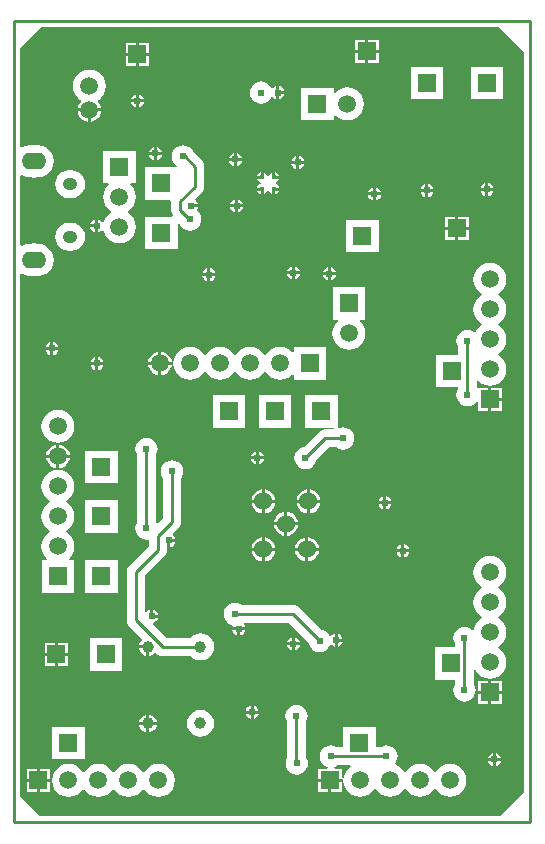
<source format=gbl>
G04 Layer_Physical_Order=2*
G04 Layer_Color=16711680*
%FSLAX25Y25*%
%MOIN*%
G70*
G01*
G75*
%ADD28C,0.01000*%
%ADD30C,0.06000*%
%ADD31O,0.04921X0.04134*%
%ADD32C,0.05905*%
%ADD33R,0.05905X0.05905*%
%ADD34R,0.05905X0.05905*%
%ADD35C,0.01575*%
%ADD36C,0.05937*%
%ADD37C,0.03937*%
%ADD38C,0.02400*%
%ADD39O,0.08268X0.05512*%
G36*
X161500Y265000D02*
X170000Y256500D01*
X170000Y10000D01*
X162000Y2000D01*
X8500Y2000D01*
X2000Y8500D01*
X2000Y182741D01*
X2448Y182962D01*
X2471Y182944D01*
X3750Y182415D01*
X4835Y182272D01*
X5064Y182177D01*
X6500Y181988D01*
X7936Y182177D01*
X8165Y182272D01*
X9250Y182415D01*
X10529Y182944D01*
X11626Y183787D01*
X12469Y184885D01*
X12999Y186163D01*
X13179Y187535D01*
X12999Y188908D01*
X12469Y190186D01*
X11626Y191284D01*
X10529Y192126D01*
X9250Y192656D01*
X8165Y192799D01*
X7936Y192894D01*
X6500Y193083D01*
X5064Y192894D01*
X4835Y192799D01*
X3750Y192656D01*
X2471Y192126D01*
X2448Y192109D01*
X2000Y192330D01*
Y215615D01*
X2448Y215836D01*
X2471Y215818D01*
X3750Y215289D01*
X4835Y215146D01*
X5064Y215051D01*
X6500Y214862D01*
X7936Y215051D01*
X8165Y215146D01*
X9250Y215289D01*
X10529Y215818D01*
X11626Y216661D01*
X12469Y217759D01*
X12999Y219037D01*
X13179Y220409D01*
X12999Y221781D01*
X12469Y223060D01*
X11626Y224158D01*
X10529Y225001D01*
X9250Y225530D01*
X8165Y225673D01*
X7936Y225768D01*
X6500Y225957D01*
X5064Y225768D01*
X4835Y225673D01*
X3750Y225530D01*
X2471Y225001D01*
X2448Y224983D01*
X2000Y225204D01*
X2000Y258000D01*
X9000Y265000D01*
X161500Y265000D01*
D02*
G37*
%LPC*%
G36*
X90000Y99000D02*
X86531D01*
X86603Y98456D01*
X87006Y97483D01*
X87647Y96647D01*
X88483Y96006D01*
X89456Y95603D01*
X90000Y95531D01*
Y99000D01*
D02*
G37*
G36*
X94469D02*
X91000D01*
Y95531D01*
X91544Y95603D01*
X92517Y96006D01*
X93353Y96647D01*
X93994Y97483D01*
X94397Y98456D01*
X94469Y99000D01*
D02*
G37*
G36*
X53644Y93500D02*
X52000D01*
Y91856D01*
X52358Y91928D01*
X53086Y92414D01*
X53572Y93142D01*
X53644Y93500D01*
D02*
G37*
G36*
X97000Y94969D02*
X96456Y94897D01*
X95483Y94494D01*
X94647Y93853D01*
X94006Y93017D01*
X93603Y92044D01*
X93531Y91500D01*
X97000D01*
Y94969D01*
D02*
G37*
G36*
X98000D02*
Y91500D01*
X101469D01*
X101397Y92044D01*
X100994Y93017D01*
X100353Y93853D01*
X99517Y94494D01*
X98544Y94897D01*
X98000Y94969D01*
D02*
G37*
G36*
X82500Y106500D02*
X79031D01*
X79103Y105956D01*
X79506Y104983D01*
X80147Y104147D01*
X80983Y103506D01*
X81956Y103103D01*
X82500Y103031D01*
Y106500D01*
D02*
G37*
G36*
X86969D02*
X83500D01*
Y103031D01*
X84044Y103103D01*
X85017Y103506D01*
X85853Y104147D01*
X86494Y104983D01*
X86897Y105956D01*
X86969Y106500D01*
D02*
G37*
G36*
X97500D02*
X94031D01*
X94103Y105956D01*
X94506Y104983D01*
X95147Y104147D01*
X95983Y103506D01*
X96956Y103103D01*
X97500Y103031D01*
Y106500D01*
D02*
G37*
G36*
X34453Y107453D02*
X23547D01*
Y96547D01*
X34453D01*
Y107453D01*
D02*
G37*
G36*
X90000Y103469D02*
X89456Y103397D01*
X88483Y102994D01*
X87647Y102353D01*
X87006Y101517D01*
X86603Y100544D01*
X86531Y100000D01*
X90000D01*
Y103469D01*
D02*
G37*
G36*
X91000D02*
Y100000D01*
X94469D01*
X94397Y100544D01*
X93994Y101517D01*
X93353Y102353D01*
X92517Y102994D01*
X91544Y103397D01*
X91000Y103469D01*
D02*
G37*
G36*
X97000Y90500D02*
X93531D01*
X93603Y89956D01*
X94006Y88983D01*
X94647Y88147D01*
X95483Y87506D01*
X96456Y87103D01*
X97000Y87031D01*
Y90500D01*
D02*
G37*
G36*
X101469D02*
X98000D01*
Y87031D01*
X98544Y87103D01*
X99517Y87506D01*
X100353Y88147D01*
X100994Y88983D01*
X101397Y89956D01*
X101469Y90500D01*
D02*
G37*
G36*
X86969D02*
X83500D01*
Y87031D01*
X84044Y87103D01*
X85017Y87506D01*
X85853Y88147D01*
X86494Y88983D01*
X86897Y89956D01*
X86969Y90500D01*
D02*
G37*
G36*
X34453Y87453D02*
X23547D01*
Y76547D01*
X34453D01*
Y87453D01*
D02*
G37*
G36*
X82500Y90500D02*
X79031D01*
X79103Y89956D01*
X79506Y88983D01*
X80147Y88147D01*
X80983Y87506D01*
X81956Y87103D01*
X82500Y87031D01*
Y90500D01*
D02*
G37*
G36*
X129000Y90000D02*
X127356D01*
X127428Y89642D01*
X127914Y88914D01*
X128642Y88428D01*
X129000Y88356D01*
Y90000D01*
D02*
G37*
G36*
X82500Y94969D02*
X81956Y94897D01*
X80983Y94494D01*
X80147Y93853D01*
X79506Y93017D01*
X79103Y92044D01*
X79031Y91500D01*
X82500D01*
Y94969D01*
D02*
G37*
G36*
X83500D02*
Y91500D01*
X86969D01*
X86897Y92044D01*
X86494Y93017D01*
X85853Y93853D01*
X85017Y94494D01*
X84044Y94897D01*
X83500Y94969D01*
D02*
G37*
G36*
X130000Y92644D02*
Y91000D01*
X131644D01*
X131572Y91358D01*
X131086Y92086D01*
X130358Y92572D01*
X130000Y92644D01*
D02*
G37*
G36*
X131644Y90000D02*
X130000D01*
Y88356D01*
X130358Y88428D01*
X131086Y88914D01*
X131572Y89642D01*
X131644Y90000D01*
D02*
G37*
G36*
X129000Y92644D02*
X128642Y92572D01*
X127914Y92086D01*
X127428Y91358D01*
X127356Y91000D01*
X129000D01*
Y92644D01*
D02*
G37*
G36*
X101969Y106500D02*
X98500D01*
Y103031D01*
X99044Y103103D01*
X100017Y103506D01*
X100853Y104147D01*
X101494Y104983D01*
X101897Y105956D01*
X101969Y106500D01*
D02*
G37*
G36*
X14000Y125921D02*
X13468Y125851D01*
X12507Y125453D01*
X11681Y124819D01*
X11047Y123993D01*
X10649Y123032D01*
X10579Y122500D01*
X14000D01*
Y125921D01*
D02*
G37*
G36*
X15000D02*
Y122500D01*
X18421D01*
X18351Y123032D01*
X17953Y123993D01*
X17319Y124819D01*
X16493Y125453D01*
X15532Y125851D01*
X15000Y125921D01*
D02*
G37*
G36*
X81500Y123644D02*
Y122000D01*
X83144D01*
X83072Y122358D01*
X82586Y123086D01*
X81858Y123572D01*
X81500Y123644D01*
D02*
G37*
G36*
X83144Y121000D02*
X81500D01*
Y119356D01*
X81858Y119428D01*
X82586Y119914D01*
X83072Y120642D01*
X83144Y121000D01*
D02*
G37*
G36*
X80500Y123644D02*
X80142Y123572D01*
X79414Y123086D01*
X78928Y122358D01*
X78856Y122000D01*
X80500D01*
Y123644D01*
D02*
G37*
G36*
X107753Y142453D02*
X96847D01*
Y131547D01*
X106631D01*
X106888Y131047D01*
X106873Y131026D01*
X103500D01*
X102717Y130923D01*
X101987Y130621D01*
X101360Y130140D01*
X101360Y130140D01*
X96370Y125149D01*
X96034Y125105D01*
X95134Y124732D01*
X94361Y124139D01*
X93768Y123366D01*
X93395Y122466D01*
X93268Y121500D01*
X93395Y120534D01*
X93768Y119634D01*
X94361Y118861D01*
X95134Y118268D01*
X96034Y117895D01*
X97000Y117768D01*
X97966Y117895D01*
X98866Y118268D01*
X99639Y118861D01*
X100232Y119634D01*
X100605Y120534D01*
X100649Y120870D01*
X104753Y124974D01*
X107366D01*
X107634Y124768D01*
X108534Y124395D01*
X109500Y124268D01*
X110466Y124395D01*
X111366Y124768D01*
X112139Y125361D01*
X112732Y126134D01*
X113105Y127034D01*
X113232Y128000D01*
X113105Y128966D01*
X112732Y129866D01*
X112139Y130639D01*
X111366Y131232D01*
X110466Y131605D01*
X109500Y131732D01*
X108534Y131605D01*
X108223Y131476D01*
X107753Y131822D01*
Y142453D01*
D02*
G37*
G36*
X162453Y140500D02*
X159000D01*
Y137047D01*
X162453D01*
Y140500D01*
D02*
G37*
G36*
Y144953D02*
X159000D01*
Y141500D01*
X162453D01*
Y144953D01*
D02*
G37*
G36*
X92253Y142453D02*
X81347D01*
Y131547D01*
X92253D01*
Y142453D01*
D02*
G37*
G36*
X14500Y137500D02*
X13077Y137312D01*
X11750Y136763D01*
X10611Y135889D01*
X9737Y134750D01*
X9188Y133423D01*
X9000Y132000D01*
X9188Y130577D01*
X9737Y129250D01*
X10611Y128111D01*
X11750Y127237D01*
X13077Y126688D01*
X14500Y126500D01*
X15923Y126688D01*
X17250Y127237D01*
X18389Y128111D01*
X19263Y129250D01*
X19812Y130577D01*
X20000Y132000D01*
X19812Y133423D01*
X19263Y134750D01*
X18389Y135889D01*
X17250Y136763D01*
X15923Y137312D01*
X14500Y137500D01*
D02*
G37*
G36*
X76953Y142453D02*
X66047D01*
Y131547D01*
X76953D01*
Y142453D01*
D02*
G37*
G36*
X80500Y121000D02*
X78856D01*
X78928Y120642D01*
X79414Y119914D01*
X80142Y119428D01*
X80500Y119356D01*
Y121000D01*
D02*
G37*
G36*
X124000Y108644D02*
Y107000D01*
X125644D01*
X125572Y107358D01*
X125086Y108086D01*
X124358Y108572D01*
X124000Y108644D01*
D02*
G37*
G36*
X82500Y110969D02*
X81956Y110897D01*
X80983Y110494D01*
X80147Y109853D01*
X79506Y109017D01*
X79103Y108044D01*
X79031Y107500D01*
X82500D01*
Y110969D01*
D02*
G37*
G36*
X123000Y108644D02*
X122642Y108572D01*
X121914Y108086D01*
X121428Y107358D01*
X121356Y107000D01*
X123000D01*
Y108644D01*
D02*
G37*
G36*
Y106000D02*
X121356D01*
X121428Y105642D01*
X121914Y104914D01*
X122642Y104428D01*
X123000Y104356D01*
Y106000D01*
D02*
G37*
G36*
X125644D02*
X124000D01*
Y104356D01*
X124358Y104428D01*
X125086Y104914D01*
X125572Y105642D01*
X125644Y106000D01*
D02*
G37*
G36*
X83500Y110969D02*
Y107500D01*
X86969D01*
X86897Y108044D01*
X86494Y109017D01*
X85853Y109853D01*
X85017Y110494D01*
X84044Y110897D01*
X83500Y110969D01*
D02*
G37*
G36*
X14000Y121500D02*
X10579D01*
X10649Y120968D01*
X11047Y120007D01*
X11681Y119181D01*
X12507Y118547D01*
X13468Y118149D01*
X14000Y118079D01*
Y121500D01*
D02*
G37*
G36*
X18421D02*
X15000D01*
Y118079D01*
X15532Y118149D01*
X16493Y118547D01*
X17319Y119181D01*
X17953Y120007D01*
X18351Y120968D01*
X18421Y121500D01*
D02*
G37*
G36*
X34453Y123953D02*
X23547D01*
Y113047D01*
X34453D01*
Y123953D01*
D02*
G37*
G36*
X97500Y110969D02*
X96956Y110897D01*
X95983Y110494D01*
X95147Y109853D01*
X94506Y109017D01*
X94103Y108044D01*
X94031Y107500D01*
X97500D01*
Y110969D01*
D02*
G37*
G36*
X98500D02*
Y107500D01*
X101969D01*
X101897Y108044D01*
X101494Y109017D01*
X100853Y109853D01*
X100017Y110494D01*
X99044Y110897D01*
X98500Y110969D01*
D02*
G37*
G36*
X44000Y32500D02*
X41572D01*
X41608Y32225D01*
X41907Y31503D01*
X42383Y30883D01*
X43003Y30407D01*
X43725Y30108D01*
X44000Y30072D01*
Y32500D01*
D02*
G37*
G36*
X47428D02*
X45000D01*
Y30072D01*
X45275Y30108D01*
X45997Y30407D01*
X46617Y30883D01*
X47093Y31503D01*
X47392Y32225D01*
X47428Y32500D01*
D02*
G37*
G36*
X62000Y37507D02*
X60834Y37354D01*
X59746Y36903D01*
X58813Y36187D01*
X58097Y35254D01*
X57647Y34166D01*
X57493Y33000D01*
X57647Y31833D01*
X58097Y30746D01*
X58813Y29813D01*
X59746Y29097D01*
X60834Y28646D01*
X62000Y28493D01*
X63166Y28646D01*
X64253Y29097D01*
X65187Y29813D01*
X65903Y30746D01*
X66353Y31833D01*
X66507Y33000D01*
X66353Y34166D01*
X65903Y35254D01*
X65187Y36187D01*
X64253Y36903D01*
X63166Y37354D01*
X62000Y37507D01*
D02*
G37*
G36*
X160500Y23144D02*
Y21500D01*
X162144D01*
X162072Y21858D01*
X161586Y22586D01*
X160858Y23072D01*
X160500Y23144D01*
D02*
G37*
G36*
X120453Y31953D02*
X109547D01*
Y25026D01*
X107634D01*
X107366Y25232D01*
X106466Y25605D01*
X105500Y25732D01*
X104534Y25605D01*
X103634Y25232D01*
X102861Y24639D01*
X102268Y23866D01*
X101895Y22966D01*
X101768Y22000D01*
X101895Y21034D01*
X102268Y20134D01*
X102861Y19361D01*
X103634Y18768D01*
X104395Y18453D01*
X104296Y17953D01*
X101214D01*
Y14500D01*
X109119D01*
Y17953D01*
X106704D01*
X106605Y18453D01*
X107366Y18768D01*
X107634Y18974D01*
X111871D01*
X112040Y18474D01*
X111278Y17889D01*
X110404Y16750D01*
X109854Y15423D01*
X109667Y14000D01*
X109854Y12577D01*
X110404Y11250D01*
X111278Y10111D01*
X112417Y9237D01*
X113743Y8688D01*
X115167Y8500D01*
X116590Y8688D01*
X117917Y9237D01*
X119056Y10111D01*
X119886Y11193D01*
X120167Y11224D01*
X120447Y11193D01*
X121278Y10111D01*
X122417Y9237D01*
X123743Y8688D01*
X125167Y8500D01*
X126590Y8688D01*
X127917Y9237D01*
X129056Y10111D01*
X129886Y11193D01*
X130167Y11224D01*
X130447Y11193D01*
X131278Y10111D01*
X132417Y9237D01*
X133743Y8688D01*
X135167Y8500D01*
X136590Y8688D01*
X137917Y9237D01*
X139056Y10111D01*
X139886Y11193D01*
X140167Y11224D01*
X140447Y11193D01*
X141278Y10111D01*
X142417Y9237D01*
X143743Y8688D01*
X145167Y8500D01*
X146590Y8688D01*
X147917Y9237D01*
X149056Y10111D01*
X149930Y11250D01*
X150479Y12577D01*
X150666Y14000D01*
X150479Y15423D01*
X149930Y16750D01*
X149056Y17889D01*
X147917Y18763D01*
X146590Y19312D01*
X145167Y19500D01*
X143743Y19312D01*
X142417Y18763D01*
X141278Y17889D01*
X140447Y16807D01*
X140167Y16776D01*
X139886Y16807D01*
X139056Y17889D01*
X137917Y18763D01*
X136590Y19312D01*
X135167Y19500D01*
X133743Y19312D01*
X132417Y18763D01*
X131278Y17889D01*
X130447Y16807D01*
X130167Y16776D01*
X129886Y16807D01*
X129056Y17889D01*
X127917Y18763D01*
X127077Y19111D01*
X126914Y19719D01*
X127232Y20134D01*
X127605Y21034D01*
X127732Y22000D01*
X127605Y22966D01*
X127232Y23866D01*
X126639Y24639D01*
X125866Y25232D01*
X124966Y25605D01*
X124000Y25732D01*
X123034Y25605D01*
X122134Y25232D01*
X121865Y25026D01*
X120453D01*
Y31953D01*
D02*
G37*
G36*
X44000Y35928D02*
X43725Y35892D01*
X43003Y35593D01*
X42383Y35117D01*
X41907Y34497D01*
X41608Y33775D01*
X41572Y33500D01*
X44000D01*
Y35928D01*
D02*
G37*
G36*
X78744Y38888D02*
X78386Y38816D01*
X77658Y38330D01*
X77172Y37602D01*
X77100Y37244D01*
X78744D01*
Y38888D01*
D02*
G37*
G36*
X79744D02*
Y37244D01*
X81388D01*
X81316Y37602D01*
X80830Y38330D01*
X80102Y38816D01*
X79744Y38888D01*
D02*
G37*
G36*
X81388Y36244D02*
X79744D01*
Y34600D01*
X80102Y34672D01*
X80830Y35158D01*
X81316Y35886D01*
X81388Y36244D01*
D02*
G37*
G36*
X45000Y35928D02*
Y33500D01*
X47428D01*
X47392Y33775D01*
X47093Y34497D01*
X46617Y35117D01*
X45997Y35593D01*
X45275Y35892D01*
X45000Y35928D01*
D02*
G37*
G36*
X78744Y36244D02*
X77100D01*
X77172Y35886D01*
X77658Y35158D01*
X78386Y34672D01*
X78744Y34600D01*
Y36244D01*
D02*
G37*
G36*
X159500Y23144D02*
X159142Y23072D01*
X158414Y22586D01*
X157928Y21858D01*
X157856Y21500D01*
X159500D01*
Y23144D01*
D02*
G37*
G36*
X109119Y13500D02*
X105667D01*
Y10047D01*
X109119D01*
Y13500D01*
D02*
G37*
G36*
X7500Y17953D02*
X4047D01*
Y14500D01*
X7500D01*
Y17953D01*
D02*
G37*
G36*
X104667Y13500D02*
X101214D01*
Y10047D01*
X104667D01*
Y13500D01*
D02*
G37*
G36*
X7500D02*
X4047D01*
Y10047D01*
X7500D01*
Y13500D01*
D02*
G37*
G36*
X11953D02*
X8500D01*
Y10047D01*
X11953D01*
Y13500D01*
D02*
G37*
G36*
Y17953D02*
X8500D01*
Y14500D01*
X11953D01*
Y17953D01*
D02*
G37*
G36*
X162144Y20500D02*
X160500D01*
Y18856D01*
X160858Y18928D01*
X161586Y19414D01*
X162072Y20142D01*
X162144Y20500D01*
D02*
G37*
G36*
X23453Y31953D02*
X12547D01*
Y21047D01*
X23453D01*
Y31953D01*
D02*
G37*
G36*
X159500Y20500D02*
X157856D01*
X157928Y20142D01*
X158414Y19414D01*
X159142Y18928D01*
X159500Y18856D01*
Y20500D01*
D02*
G37*
G36*
X94000Y39232D02*
X93034Y39105D01*
X92134Y38732D01*
X91361Y38139D01*
X90768Y37366D01*
X90395Y36466D01*
X90268Y35500D01*
X90395Y34534D01*
X90768Y33634D01*
X90974Y33365D01*
Y21682D01*
X90840Y21508D01*
X90468Y20607D01*
X90340Y19642D01*
X90468Y18676D01*
X90840Y17776D01*
X91434Y17003D01*
X92206Y16410D01*
X93107Y16037D01*
X94072Y15910D01*
X95038Y16037D01*
X95938Y16410D01*
X96711Y17003D01*
X97304Y17776D01*
X97677Y18676D01*
X97804Y19642D01*
X97677Y20607D01*
X97304Y21508D01*
X97026Y21870D01*
Y33365D01*
X97232Y33634D01*
X97605Y34534D01*
X97732Y35500D01*
X97605Y36466D01*
X97232Y37366D01*
X96639Y38139D01*
X95866Y38732D01*
X94966Y39105D01*
X94000Y39232D01*
D02*
G37*
G36*
X48000Y19500D02*
X46576Y19312D01*
X45250Y18763D01*
X44111Y17889D01*
X43281Y16807D01*
X43000Y16776D01*
X42719Y16807D01*
X41889Y17889D01*
X40750Y18763D01*
X39423Y19312D01*
X38000Y19500D01*
X36577Y19312D01*
X35250Y18763D01*
X34111Y17889D01*
X33281Y16807D01*
X33000Y16776D01*
X32719Y16807D01*
X31889Y17889D01*
X30750Y18763D01*
X29423Y19312D01*
X28000Y19500D01*
X26577Y19312D01*
X25250Y18763D01*
X24111Y17889D01*
X23281Y16807D01*
X23000Y16776D01*
X22719Y16807D01*
X21889Y17889D01*
X20750Y18763D01*
X19423Y19312D01*
X18000Y19500D01*
X16577Y19312D01*
X15250Y18763D01*
X14111Y17889D01*
X13237Y16750D01*
X12688Y15423D01*
X12500Y14000D01*
X12688Y12577D01*
X13237Y11250D01*
X14111Y10111D01*
X15250Y9237D01*
X16577Y8688D01*
X18000Y8500D01*
X19423Y8688D01*
X20750Y9237D01*
X21889Y10111D01*
X22719Y11193D01*
X23000Y11224D01*
X23281Y11193D01*
X24111Y10111D01*
X25250Y9237D01*
X26577Y8688D01*
X28000Y8500D01*
X29423Y8688D01*
X30750Y9237D01*
X31889Y10111D01*
X32719Y11193D01*
X33000Y11224D01*
X33281Y11193D01*
X34111Y10111D01*
X35250Y9237D01*
X36577Y8688D01*
X38000Y8500D01*
X39423Y8688D01*
X40750Y9237D01*
X41889Y10111D01*
X42719Y11193D01*
X43000Y11224D01*
X43281Y11193D01*
X44111Y10111D01*
X45250Y9237D01*
X46576Y8688D01*
X48000Y8500D01*
X49424Y8688D01*
X50750Y9237D01*
X51889Y10111D01*
X52763Y11250D01*
X53312Y12577D01*
X53500Y14000D01*
X53312Y15423D01*
X52763Y16750D01*
X51889Y17889D01*
X50750Y18763D01*
X49424Y19312D01*
X48000Y19500D01*
D02*
G37*
G36*
X92500Y61644D02*
X92142Y61572D01*
X91414Y61086D01*
X90928Y60358D01*
X90856Y60000D01*
X92500D01*
Y61644D01*
D02*
G37*
G36*
X93500D02*
Y60000D01*
X95144D01*
X95072Y60358D01*
X94586Y61086D01*
X93858Y61572D01*
X93500Y61644D01*
D02*
G37*
G36*
X109399Y60244D02*
X107756D01*
Y58600D01*
X108114Y58672D01*
X108842Y59158D01*
X109328Y59886D01*
X109399Y60244D01*
D02*
G37*
G36*
X95144Y59000D02*
X93500D01*
Y57356D01*
X93858Y57428D01*
X94586Y57914D01*
X95072Y58642D01*
X95144Y59000D01*
D02*
G37*
G36*
X73500Y73232D02*
X72534Y73105D01*
X71634Y72732D01*
X70861Y72139D01*
X70268Y71366D01*
X69895Y70466D01*
X69768Y69500D01*
X69895Y68534D01*
X70268Y67634D01*
X70861Y66861D01*
X71634Y66268D01*
X72461Y65926D01*
X72684Y65565D01*
X72739Y65442D01*
X72684Y65358D01*
X72612Y65000D01*
X76899D01*
X76828Y65358D01*
X76417Y65974D01*
X76593Y66474D01*
X91491D01*
X98095Y59870D01*
X98139Y59534D01*
X98512Y58634D01*
X99105Y57861D01*
X99878Y57268D01*
X100778Y56895D01*
X101744Y56768D01*
X102710Y56895D01*
X103610Y57268D01*
X104383Y57861D01*
X104976Y58634D01*
X105145Y59043D01*
X105587Y59140D01*
X105720Y59124D01*
X106397Y58672D01*
X106756Y58600D01*
Y60744D01*
Y62888D01*
X106397Y62816D01*
X105670Y62330D01*
X105545Y62144D01*
X105048Y62193D01*
X104976Y62366D01*
X104383Y63139D01*
X103610Y63732D01*
X102710Y64105D01*
X102374Y64149D01*
X94884Y71640D01*
X94257Y72120D01*
X93527Y72423D01*
X92744Y72526D01*
X75634D01*
X75366Y72732D01*
X74466Y73105D01*
X73500Y73232D01*
D02*
G37*
G36*
X107756Y62888D02*
Y61244D01*
X109399D01*
X109328Y61602D01*
X108842Y62330D01*
X108114Y62816D01*
X107756Y62888D01*
D02*
G37*
G36*
X46244Y70888D02*
Y69244D01*
X47888D01*
X47816Y69603D01*
X47330Y70330D01*
X46602Y70816D01*
X46244Y70888D01*
D02*
G37*
G36*
X14500Y117500D02*
X13077Y117312D01*
X11750Y116763D01*
X10611Y115889D01*
X9737Y114750D01*
X9188Y113424D01*
X9000Y112000D01*
X9188Y110576D01*
X9737Y109250D01*
X10611Y108111D01*
X11693Y107281D01*
X11724Y107000D01*
X11693Y106719D01*
X10611Y105889D01*
X9737Y104750D01*
X9188Y103424D01*
X9000Y102000D01*
X9188Y100576D01*
X9737Y99250D01*
X10611Y98111D01*
X11693Y97281D01*
X11724Y97000D01*
X11693Y96719D01*
X10611Y95889D01*
X9737Y94750D01*
X9188Y93423D01*
X9000Y92000D01*
X9188Y90576D01*
X9737Y89250D01*
X10611Y88111D01*
X10852Y87926D01*
X10691Y87453D01*
X9047D01*
Y76547D01*
X19953D01*
Y87453D01*
X18309D01*
X18148Y87926D01*
X18389Y88111D01*
X19263Y89250D01*
X19812Y90576D01*
X20000Y92000D01*
X19812Y93423D01*
X19263Y94750D01*
X18389Y95889D01*
X17307Y96719D01*
X17276Y97000D01*
X17307Y97281D01*
X18389Y98111D01*
X19263Y99250D01*
X19812Y100576D01*
X20000Y102000D01*
X19812Y103424D01*
X19263Y104750D01*
X18389Y105889D01*
X17307Y106719D01*
X17276Y107000D01*
X17307Y107281D01*
X18389Y108111D01*
X19263Y109250D01*
X19812Y110576D01*
X20000Y112000D01*
X19812Y113424D01*
X19263Y114750D01*
X18389Y115889D01*
X17250Y116763D01*
X15923Y117312D01*
X14500Y117500D01*
D02*
G37*
G36*
X158500Y88833D02*
X157077Y88646D01*
X155750Y88096D01*
X154611Y87222D01*
X153737Y86083D01*
X153188Y84757D01*
X153000Y83333D01*
X153188Y81910D01*
X153737Y80583D01*
X154611Y79444D01*
X155693Y78614D01*
X155724Y78333D01*
X155693Y78053D01*
X154611Y77222D01*
X153737Y76083D01*
X153188Y74757D01*
X153000Y73333D01*
X153188Y71910D01*
X153737Y70583D01*
X154611Y69444D01*
X155693Y68614D01*
X155724Y68333D01*
X155693Y68053D01*
X154611Y67222D01*
X153737Y66083D01*
X153188Y64757D01*
X153123Y64267D01*
X152874Y64200D01*
X152605Y64165D01*
X151866Y64732D01*
X150966Y65105D01*
X150000Y65232D01*
X149034Y65105D01*
X148134Y64732D01*
X147361Y64139D01*
X146768Y63366D01*
X146395Y62466D01*
X146268Y61500D01*
X146395Y60534D01*
X146768Y59634D01*
X146974Y59365D01*
Y58453D01*
X140047D01*
Y47547D01*
X146974D01*
Y46134D01*
X146768Y45866D01*
X146395Y44966D01*
X146268Y44000D01*
X146395Y43034D01*
X146768Y42134D01*
X147361Y41361D01*
X148134Y40768D01*
X149034Y40395D01*
X150000Y40268D01*
X150966Y40395D01*
X151866Y40768D01*
X152639Y41361D01*
X153232Y42134D01*
X153605Y43034D01*
X153732Y44000D01*
X153605Y44966D01*
X153232Y45866D01*
X153026Y46134D01*
Y50994D01*
X153526Y51093D01*
X153737Y50583D01*
X154611Y49444D01*
X155750Y48570D01*
X157077Y48021D01*
X158500Y47833D01*
X159924Y48021D01*
X161250Y48570D01*
X162389Y49444D01*
X163263Y50583D01*
X163812Y51910D01*
X164000Y53333D01*
X163812Y54757D01*
X163263Y56083D01*
X162389Y57222D01*
X161307Y58053D01*
X161276Y58333D01*
X161307Y58614D01*
X162389Y59444D01*
X163263Y60583D01*
X163812Y61910D01*
X164000Y63333D01*
X163812Y64757D01*
X163263Y66083D01*
X162389Y67222D01*
X161307Y68053D01*
X161276Y68333D01*
X161307Y68614D01*
X162389Y69444D01*
X163263Y70583D01*
X163812Y71910D01*
X164000Y73333D01*
X163812Y74757D01*
X163263Y76083D01*
X162389Y77222D01*
X161307Y78053D01*
X161276Y78333D01*
X161307Y78614D01*
X162389Y79444D01*
X163263Y80583D01*
X163812Y81910D01*
X164000Y83333D01*
X163812Y84757D01*
X163263Y86083D01*
X162389Y87222D01*
X161250Y88096D01*
X159924Y88646D01*
X158500Y88833D01*
D02*
G37*
G36*
X74256Y64000D02*
X72612D01*
X72684Y63642D01*
X73170Y62914D01*
X73897Y62428D01*
X74256Y62356D01*
Y64000D01*
D02*
G37*
G36*
X76899D02*
X75256D01*
Y62356D01*
X75614Y62428D01*
X76342Y62914D01*
X76828Y63642D01*
X76899Y64000D01*
D02*
G37*
G36*
X92500Y59000D02*
X90856D01*
X90928Y58642D01*
X91414Y57914D01*
X92142Y57428D01*
X92500Y57356D01*
Y59000D01*
D02*
G37*
G36*
X162453Y47286D02*
X159000D01*
Y43833D01*
X162453D01*
Y47286D01*
D02*
G37*
G36*
X35953Y61453D02*
X25047D01*
Y50547D01*
X35953D01*
Y61453D01*
D02*
G37*
G36*
X158000Y47286D02*
X154547D01*
Y43833D01*
X158000D01*
Y47286D01*
D02*
G37*
G36*
Y42833D02*
X154547D01*
Y39381D01*
X158000D01*
Y42833D01*
D02*
G37*
G36*
X162453D02*
X159000D01*
Y39381D01*
X162453D01*
Y42833D01*
D02*
G37*
G36*
X13500Y55500D02*
X10047D01*
Y52047D01*
X13500D01*
Y55500D01*
D02*
G37*
G36*
Y59953D02*
X10047D01*
Y56500D01*
X13500D01*
Y59953D01*
D02*
G37*
G36*
X17953D02*
X14500D01*
Y56500D01*
X17953D01*
Y59953D01*
D02*
G37*
G36*
X44000Y58000D02*
X41572D01*
X41608Y57725D01*
X41907Y57003D01*
X42383Y56383D01*
X43003Y55907D01*
X43725Y55608D01*
X44000Y55572D01*
Y58000D01*
D02*
G37*
G36*
X17953Y55500D02*
X14500D01*
Y52047D01*
X17953D01*
Y55500D01*
D02*
G37*
G36*
X44000Y128232D02*
X43034Y128105D01*
X42134Y127732D01*
X41361Y127139D01*
X40768Y126366D01*
X40395Y125466D01*
X40268Y124500D01*
X40395Y123534D01*
X40768Y122634D01*
X40974Y122365D01*
Y100135D01*
X40768Y99866D01*
X40395Y98966D01*
X40268Y98000D01*
X40395Y97034D01*
X40768Y96134D01*
X41361Y95361D01*
X42134Y94768D01*
X43034Y94395D01*
X44000Y94268D01*
X44398Y94320D01*
X44774Y93991D01*
Y92053D01*
X38360Y85640D01*
X37879Y85013D01*
X37577Y84283D01*
X37474Y83500D01*
Y67405D01*
X37577Y66622D01*
X37879Y65892D01*
X38360Y65266D01*
X42469Y61157D01*
X42436Y60658D01*
X42383Y60617D01*
X41907Y59997D01*
X41608Y59275D01*
X41572Y59000D01*
X44500D01*
Y58500D01*
X45000D01*
Y55572D01*
X45275Y55608D01*
X45997Y55907D01*
X46617Y56383D01*
X46658Y56436D01*
X47157Y56469D01*
X47266Y56360D01*
X47892Y55879D01*
X48622Y55577D01*
X49405Y55474D01*
X58689D01*
X58813Y55313D01*
X59746Y54597D01*
X60834Y54146D01*
X62000Y53993D01*
X63166Y54146D01*
X64253Y54597D01*
X65187Y55313D01*
X65903Y56247D01*
X66353Y57333D01*
X66507Y58500D01*
X66353Y59667D01*
X65903Y60754D01*
X65187Y61687D01*
X64253Y62403D01*
X63166Y62853D01*
X62000Y63007D01*
X60834Y62853D01*
X59746Y62403D01*
X58813Y61687D01*
X58689Y61526D01*
X50659D01*
X46119Y66066D01*
X46283Y66608D01*
X46602Y66672D01*
X47330Y67158D01*
X47816Y67886D01*
X47888Y68244D01*
X45744D01*
Y68744D01*
X45244D01*
Y70888D01*
X44886Y70816D01*
X44158Y70330D01*
X44026Y70132D01*
X43526Y70284D01*
Y82247D01*
X49940Y88660D01*
X50420Y89287D01*
X50723Y90017D01*
X50826Y90800D01*
Y91497D01*
X51000Y91640D01*
Y94000D01*
X51500D01*
Y94500D01*
X53644D01*
X53572Y94858D01*
X53086Y95586D01*
X52842Y95749D01*
X52793Y96247D01*
X54640Y98093D01*
X54640Y98093D01*
X55120Y98720D01*
X55423Y99449D01*
X55526Y100233D01*
Y114866D01*
X55732Y115134D01*
X56105Y116034D01*
X56232Y117000D01*
X56105Y117966D01*
X55732Y118866D01*
X55139Y119639D01*
X54366Y120232D01*
X53466Y120605D01*
X52500Y120732D01*
X51534Y120605D01*
X50634Y120232D01*
X49861Y119639D01*
X49268Y118866D01*
X48895Y117966D01*
X48768Y117000D01*
X48895Y116034D01*
X49268Y115134D01*
X49474Y114866D01*
Y101486D01*
X47732Y99744D01*
X47363Y99818D01*
X47195Y99914D01*
X47026Y100135D01*
Y122365D01*
X47232Y122634D01*
X47605Y123534D01*
X47732Y124500D01*
X47605Y125466D01*
X47232Y126366D01*
X46639Y127139D01*
X45866Y127732D01*
X44966Y128105D01*
X44000Y128232D01*
D02*
G37*
G36*
X73110Y220500D02*
X71467D01*
X71538Y220142D01*
X72024Y219414D01*
X72752Y218928D01*
X73110Y218856D01*
Y220500D01*
D02*
G37*
G36*
X75754D02*
X74110D01*
Y218856D01*
X74469Y218928D01*
X75196Y219414D01*
X75683Y220142D01*
X75754Y220500D01*
D02*
G37*
G36*
X96596Y219500D02*
X94953D01*
Y217856D01*
X95311Y217928D01*
X96039Y218414D01*
X96525Y219142D01*
X96596Y219500D01*
D02*
G37*
G36*
X86000Y216723D02*
X85803Y216684D01*
X85211Y216289D01*
X84816Y215697D01*
X84786Y215547D01*
X84277D01*
X84247Y215697D01*
X83852Y216289D01*
X83260Y216684D01*
X83063Y216723D01*
Y215000D01*
X82563D01*
Y214500D01*
X80840D01*
X80879Y214303D01*
X81274Y213711D01*
X81866Y213316D01*
X82016Y213286D01*
Y212777D01*
X81866Y212747D01*
X81274Y212352D01*
X80879Y211760D01*
X80840Y211563D01*
X82563D01*
Y211063D01*
X83063D01*
Y209340D01*
X83260Y209379D01*
X83852Y209774D01*
X84247Y210366D01*
X84277Y210516D01*
X84786D01*
X84816Y210366D01*
X85211Y209774D01*
X85803Y209379D01*
X86000Y209340D01*
Y211063D01*
X86500D01*
Y211563D01*
X88223D01*
X88184Y211760D01*
X87789Y212352D01*
X87197Y212747D01*
X87047Y212777D01*
Y213286D01*
X87197Y213316D01*
X87789Y213711D01*
X88184Y214303D01*
X88223Y214500D01*
X86500D01*
Y215000D01*
X86000D01*
Y216723D01*
D02*
G37*
G36*
X93953Y219500D02*
X92309D01*
X92380Y219142D01*
X92867Y218414D01*
X93594Y217928D01*
X93953Y217856D01*
Y219500D01*
D02*
G37*
G36*
Y222144D02*
X93594Y222072D01*
X92867Y221586D01*
X92380Y220858D01*
X92309Y220500D01*
X93953D01*
Y222144D01*
D02*
G37*
G36*
X73110Y223144D02*
X72752Y223072D01*
X72024Y222586D01*
X71538Y221858D01*
X71467Y221500D01*
X73110D01*
Y223144D01*
D02*
G37*
G36*
X74110D02*
Y221500D01*
X75754D01*
X75683Y221858D01*
X75196Y222586D01*
X74469Y223072D01*
X74110Y223144D01*
D02*
G37*
G36*
X49144Y222500D02*
X47500D01*
Y220856D01*
X47858Y220928D01*
X48586Y221414D01*
X49072Y222142D01*
X49144Y222500D01*
D02*
G37*
G36*
X94953Y222144D02*
Y220500D01*
X96596D01*
X96525Y220858D01*
X96039Y221586D01*
X95311Y222072D01*
X94953Y222144D01*
D02*
G37*
G36*
X46500Y222500D02*
X44856D01*
X44928Y222142D01*
X45414Y221414D01*
X46142Y220928D01*
X46500Y220856D01*
Y222500D01*
D02*
G37*
G36*
X87000Y216723D02*
Y215500D01*
X88223D01*
X88184Y215697D01*
X87789Y216289D01*
X87197Y216684D01*
X87000Y216723D01*
D02*
G37*
G36*
X88223Y210563D02*
X87000D01*
Y209340D01*
X87197Y209379D01*
X87789Y209774D01*
X88184Y210366D01*
X88223Y210563D01*
D02*
G37*
G36*
X119500Y211632D02*
X119142Y211561D01*
X118414Y211074D01*
X117928Y210347D01*
X117856Y209988D01*
X119500D01*
Y211632D01*
D02*
G37*
G36*
X82063Y210563D02*
X80840D01*
X80879Y210366D01*
X81274Y209774D01*
X81866Y209379D01*
X82063Y209340D01*
Y210563D01*
D02*
G37*
G36*
X157000Y210500D02*
X155356D01*
X155428Y210142D01*
X155914Y209414D01*
X156642Y208928D01*
X157000Y208856D01*
Y210500D01*
D02*
G37*
G36*
X159644D02*
X158000D01*
Y208856D01*
X158358Y208928D01*
X159086Y209414D01*
X159572Y210142D01*
X159644Y210500D01*
D02*
G37*
G36*
X120500Y211632D02*
Y209988D01*
X122144D01*
X122072Y210347D01*
X121586Y211074D01*
X120858Y211561D01*
X120500Y211632D01*
D02*
G37*
G36*
X158000Y213144D02*
Y211500D01*
X159644D01*
X159572Y211858D01*
X159086Y212586D01*
X158358Y213072D01*
X158000Y213144D01*
D02*
G37*
G36*
X82063Y216723D02*
X81866Y216684D01*
X81274Y216289D01*
X80879Y215697D01*
X80840Y215500D01*
X82063D01*
Y216723D01*
D02*
G37*
G36*
X157000Y213144D02*
X156642Y213072D01*
X155914Y212586D01*
X155428Y211858D01*
X155356Y211500D01*
X157000D01*
Y213144D01*
D02*
G37*
G36*
X137000Y212797D02*
X136642Y212726D01*
X135914Y212240D01*
X135428Y211512D01*
X135356Y211154D01*
X137000D01*
Y212797D01*
D02*
G37*
G36*
X138000D02*
Y211154D01*
X139644D01*
X139572Y211512D01*
X139086Y212240D01*
X138358Y212726D01*
X138000Y212797D01*
D02*
G37*
G36*
X40500Y255500D02*
X37047D01*
Y252047D01*
X40500D01*
Y255500D01*
D02*
G37*
G36*
X44953D02*
X41500D01*
Y252047D01*
X44953D01*
Y255500D01*
D02*
G37*
G36*
X88256Y245399D02*
Y243756D01*
X89899D01*
X89828Y244114D01*
X89342Y244842D01*
X88614Y245328D01*
X88256Y245399D01*
D02*
G37*
G36*
X89899Y242756D02*
X88256D01*
Y241112D01*
X88614Y241184D01*
X89342Y241670D01*
X89828Y242397D01*
X89899Y242756D01*
D02*
G37*
G36*
X111000Y245000D02*
X109576Y244812D01*
X108250Y244263D01*
X107111Y243389D01*
X106926Y243148D01*
X106453Y243309D01*
Y244953D01*
X95547D01*
Y234047D01*
X106453D01*
Y235691D01*
X106926Y235852D01*
X107111Y235611D01*
X108250Y234737D01*
X109576Y234188D01*
X111000Y234000D01*
X112424Y234188D01*
X113750Y234737D01*
X114889Y235611D01*
X115763Y236750D01*
X116312Y238076D01*
X116500Y239500D01*
X116312Y240924D01*
X115763Y242250D01*
X114889Y243389D01*
X113750Y244263D01*
X112424Y244812D01*
X111000Y245000D01*
D02*
G37*
G36*
X117000Y256500D02*
X113547D01*
Y253047D01*
X117000D01*
Y256500D01*
D02*
G37*
G36*
Y260953D02*
X113547D01*
Y257500D01*
X117000D01*
Y260953D01*
D02*
G37*
G36*
X121453D02*
X118000D01*
Y257500D01*
X121453D01*
Y260953D01*
D02*
G37*
G36*
X44953Y259953D02*
X41500D01*
Y256500D01*
X44953D01*
Y259953D01*
D02*
G37*
G36*
X121453Y256500D02*
X118000D01*
Y253047D01*
X121453D01*
Y256500D01*
D02*
G37*
G36*
X40500Y259953D02*
X37047D01*
Y256500D01*
X40500D01*
Y259953D01*
D02*
G37*
G36*
X82244Y246988D02*
X81278Y246861D01*
X80378Y246488D01*
X79605Y245895D01*
X79012Y245122D01*
X78639Y244222D01*
X78512Y243256D01*
X78639Y242290D01*
X79012Y241390D01*
X79605Y240617D01*
X80378Y240024D01*
X81278Y239651D01*
X82244Y239524D01*
X83210Y239651D01*
X84110Y240024D01*
X84883Y240617D01*
X85476Y241390D01*
X85610Y241714D01*
X86108Y241763D01*
X86170Y241670D01*
X86897Y241184D01*
X87256Y241112D01*
Y243256D01*
Y245399D01*
X86897Y245328D01*
X86170Y244842D01*
X86108Y244749D01*
X85610Y244798D01*
X85476Y245122D01*
X84883Y245895D01*
X84110Y246488D01*
X83210Y246861D01*
X82244Y246988D01*
D02*
G37*
G36*
X28937Y237063D02*
X25500D01*
Y233626D01*
X26036Y233697D01*
X27001Y234097D01*
X27830Y234733D01*
X28466Y235562D01*
X28866Y236527D01*
X28937Y237063D01*
D02*
G37*
G36*
X25000Y250953D02*
X23572Y250765D01*
X22242Y250214D01*
X21100Y249337D01*
X20223Y248195D01*
X19672Y246865D01*
X19484Y245437D01*
X19672Y244009D01*
X20223Y242679D01*
X21100Y241537D01*
X21969Y240870D01*
X22017Y240755D01*
X22047Y240245D01*
X22033Y240216D01*
X21533Y239564D01*
X21134Y238599D01*
X21063Y238063D01*
X25000D01*
X28937D01*
X28866Y238599D01*
X28466Y239564D01*
X27967Y240216D01*
X27953Y240245D01*
X27983Y240755D01*
X28031Y240870D01*
X28900Y241537D01*
X29777Y242679D01*
X30328Y244009D01*
X30516Y245437D01*
X30328Y246865D01*
X29777Y248195D01*
X28900Y249337D01*
X27758Y250214D01*
X26428Y250765D01*
X25000Y250953D01*
D02*
G37*
G36*
X24500Y237063D02*
X21063D01*
X21134Y236527D01*
X21533Y235562D01*
X22170Y234733D01*
X22999Y234097D01*
X23964Y233697D01*
X24500Y233626D01*
Y237063D01*
D02*
G37*
G36*
X46500Y225144D02*
X46142Y225072D01*
X45414Y224586D01*
X44928Y223858D01*
X44856Y223500D01*
X46500D01*
Y225144D01*
D02*
G37*
G36*
X47500D02*
Y223500D01*
X49144D01*
X49072Y223858D01*
X48586Y224586D01*
X47858Y225072D01*
X47500Y225144D01*
D02*
G37*
G36*
X40500Y240000D02*
X38856D01*
X38928Y239642D01*
X39414Y238914D01*
X40142Y238428D01*
X40500Y238356D01*
Y240000D01*
D02*
G37*
G36*
X142953Y251953D02*
X132047D01*
Y241047D01*
X142953D01*
Y251953D01*
D02*
G37*
G36*
X162953D02*
X152047D01*
Y241047D01*
X162953D01*
Y251953D01*
D02*
G37*
G36*
X41500Y242644D02*
Y241000D01*
X43144D01*
X43072Y241358D01*
X42586Y242086D01*
X41858Y242572D01*
X41500Y242644D01*
D02*
G37*
G36*
X43144Y240000D02*
X41500D01*
Y238356D01*
X41858Y238428D01*
X42586Y238914D01*
X43072Y239642D01*
X43144Y240000D01*
D02*
G37*
G36*
X40500Y242644D02*
X40142Y242572D01*
X39414Y242086D01*
X38928Y241358D01*
X38856Y241000D01*
X40500D01*
Y242644D01*
D02*
G37*
G36*
X64315Y182091D02*
X62671D01*
X62743Y181732D01*
X63229Y181005D01*
X63956Y180518D01*
X64315Y180447D01*
Y182091D01*
D02*
G37*
G36*
X66959D02*
X65315D01*
Y180447D01*
X65673Y180518D01*
X66401Y181005D01*
X66887Y181732D01*
X66959Y182091D01*
D02*
G37*
G36*
X158500Y186500D02*
X157077Y186312D01*
X155750Y185763D01*
X154611Y184889D01*
X153737Y183750D01*
X153188Y182423D01*
X153000Y181000D01*
X153188Y179577D01*
X153737Y178250D01*
X154611Y177111D01*
X155693Y176281D01*
X155724Y176000D01*
X155693Y175719D01*
X154611Y174889D01*
X153737Y173750D01*
X153188Y172424D01*
X153000Y171000D01*
X153188Y169577D01*
X153737Y168250D01*
X154611Y167111D01*
X155693Y166281D01*
X155724Y166000D01*
X155693Y165719D01*
X154611Y164889D01*
X153737Y163750D01*
X153679Y163609D01*
X153196Y163479D01*
X152866Y163732D01*
X151966Y164105D01*
X151000Y164232D01*
X150034Y164105D01*
X149134Y163732D01*
X148361Y163139D01*
X147768Y162366D01*
X147395Y161466D01*
X147268Y160500D01*
X147395Y159534D01*
X147768Y158634D01*
X147974Y158365D01*
Y155953D01*
X140547D01*
Y145047D01*
X147765D01*
X147907Y144547D01*
X147768Y144366D01*
X147395Y143466D01*
X147268Y142500D01*
X147395Y141534D01*
X147768Y140634D01*
X148361Y139861D01*
X149134Y139268D01*
X150034Y138895D01*
X151000Y138768D01*
X151966Y138895D01*
X152866Y139268D01*
X153639Y139861D01*
X154047Y140393D01*
X154547Y140224D01*
Y137047D01*
X158000D01*
Y141000D01*
Y144953D01*
X154547D01*
Y144953D01*
X154098Y145076D01*
X154026Y145127D01*
Y147096D01*
X154499Y147257D01*
X154611Y147111D01*
X155750Y146237D01*
X157077Y145688D01*
X158500Y145500D01*
X159924Y145688D01*
X161250Y146237D01*
X162389Y147111D01*
X163263Y148250D01*
X163812Y149576D01*
X164000Y151000D01*
X163812Y152424D01*
X163263Y153750D01*
X162389Y154889D01*
X161307Y155719D01*
X161276Y156000D01*
X161307Y156281D01*
X162389Y157111D01*
X163263Y158250D01*
X163812Y159576D01*
X164000Y161000D01*
X163812Y162424D01*
X163263Y163750D01*
X162389Y164889D01*
X161307Y165719D01*
X161276Y166000D01*
X161307Y166281D01*
X162389Y167111D01*
X163263Y168250D01*
X163812Y169577D01*
X164000Y171000D01*
X163812Y172424D01*
X163263Y173750D01*
X162389Y174889D01*
X161307Y175719D01*
X161276Y176000D01*
X161307Y176281D01*
X162389Y177111D01*
X163263Y178250D01*
X163812Y179577D01*
X164000Y181000D01*
X163812Y182423D01*
X163263Y183750D01*
X162389Y184889D01*
X161250Y185763D01*
X159924Y186312D01*
X158500Y186500D01*
D02*
G37*
G36*
X12000Y160144D02*
X11642Y160072D01*
X10914Y159586D01*
X10428Y158858D01*
X10356Y158500D01*
X12000D01*
Y160144D01*
D02*
G37*
G36*
X13000D02*
Y158500D01*
X14644D01*
X14572Y158858D01*
X14086Y159586D01*
X13358Y160072D01*
X13000Y160144D01*
D02*
G37*
G36*
X104500Y182406D02*
X102856D01*
X102928Y182047D01*
X103414Y181319D01*
X104142Y180833D01*
X104500Y180762D01*
Y182406D01*
D02*
G37*
G36*
X64315Y184734D02*
X63956Y184663D01*
X63229Y184177D01*
X62743Y183449D01*
X62671Y183091D01*
X64315D01*
Y184734D01*
D02*
G37*
G36*
X65315D02*
Y183091D01*
X66959D01*
X66887Y183449D01*
X66401Y184177D01*
X65673Y184663D01*
X65315Y184734D01*
D02*
G37*
G36*
X95144Y182693D02*
X93500D01*
Y181049D01*
X93858Y181121D01*
X94586Y181607D01*
X95072Y182334D01*
X95144Y182693D01*
D02*
G37*
G36*
X107144Y182406D02*
X105500D01*
Y180762D01*
X105858Y180833D01*
X106586Y181319D01*
X107072Y182047D01*
X107144Y182406D01*
D02*
G37*
G36*
X92500Y182693D02*
X90856D01*
X90928Y182334D01*
X91414Y181607D01*
X92142Y181121D01*
X92500Y181049D01*
Y182693D01*
D02*
G37*
G36*
X116953Y178453D02*
X106047D01*
Y167547D01*
X107691D01*
X107852Y167074D01*
X107611Y166889D01*
X106737Y165750D01*
X106188Y164424D01*
X106000Y163000D01*
X106188Y161576D01*
X106737Y160250D01*
X107611Y159111D01*
X108750Y158237D01*
X110076Y157688D01*
X111500Y157500D01*
X112924Y157688D01*
X114250Y158237D01*
X115389Y159111D01*
X116263Y160250D01*
X116812Y161576D01*
X117000Y163000D01*
X116812Y164424D01*
X116263Y165750D01*
X115389Y166889D01*
X115148Y167074D01*
X115309Y167547D01*
X116953D01*
Y178453D01*
D02*
G37*
G36*
X29644Y152500D02*
X28000D01*
Y150856D01*
X28358Y150928D01*
X29086Y151414D01*
X29572Y152142D01*
X29644Y152500D01*
D02*
G37*
G36*
X48000Y156921D02*
X47468Y156851D01*
X46507Y156453D01*
X45681Y155819D01*
X45047Y154993D01*
X44649Y154032D01*
X44579Y153500D01*
X48000D01*
Y156921D01*
D02*
G37*
G36*
X27000Y152500D02*
X25356D01*
X25428Y152142D01*
X25914Y151414D01*
X26642Y150928D01*
X27000Y150856D01*
Y152500D01*
D02*
G37*
G36*
X48000D02*
X44579D01*
X44649Y151968D01*
X45047Y151007D01*
X45681Y150181D01*
X46507Y149547D01*
X47468Y149149D01*
X48000Y149079D01*
Y152500D01*
D02*
G37*
G36*
X52421D02*
X49000D01*
Y149079D01*
X49532Y149149D01*
X50493Y149547D01*
X51319Y150181D01*
X51953Y151007D01*
X52351Y151968D01*
X52421Y152500D01*
D02*
G37*
G36*
X27000Y155144D02*
X26642Y155072D01*
X25914Y154586D01*
X25428Y153858D01*
X25356Y153500D01*
X27000D01*
Y155144D01*
D02*
G37*
G36*
X12000Y157500D02*
X10356D01*
X10428Y157142D01*
X10914Y156414D01*
X11642Y155928D01*
X12000Y155856D01*
Y157500D01*
D02*
G37*
G36*
X14644D02*
X13000D01*
Y155856D01*
X13358Y155928D01*
X14086Y156414D01*
X14572Y157142D01*
X14644Y157500D01*
D02*
G37*
G36*
X88500Y158500D02*
X87076Y158312D01*
X85750Y157763D01*
X84611Y156889D01*
X83781Y155807D01*
X83500Y155776D01*
X83219Y155807D01*
X82389Y156889D01*
X81250Y157763D01*
X79923Y158312D01*
X78500Y158500D01*
X77077Y158312D01*
X75750Y157763D01*
X74611Y156889D01*
X73781Y155807D01*
X73500Y155776D01*
X73219Y155807D01*
X72389Y156889D01*
X71250Y157763D01*
X69924Y158312D01*
X68500Y158500D01*
X67076Y158312D01*
X65750Y157763D01*
X64611Y156889D01*
X63781Y155807D01*
X63500Y155776D01*
X63219Y155807D01*
X62389Y156889D01*
X61250Y157763D01*
X59923Y158312D01*
X58500Y158500D01*
X57077Y158312D01*
X55750Y157763D01*
X54611Y156889D01*
X53737Y155750D01*
X53188Y154423D01*
X53000Y153000D01*
X53188Y151576D01*
X53737Y150250D01*
X54611Y149111D01*
X55750Y148237D01*
X57077Y147688D01*
X58500Y147500D01*
X59923Y147688D01*
X61250Y148237D01*
X62389Y149111D01*
X63219Y150193D01*
X63500Y150224D01*
X63781Y150193D01*
X64611Y149111D01*
X65750Y148237D01*
X67076Y147688D01*
X68500Y147500D01*
X69924Y147688D01*
X71250Y148237D01*
X72389Y149111D01*
X73219Y150193D01*
X73500Y150224D01*
X73781Y150193D01*
X74611Y149111D01*
X75750Y148237D01*
X77077Y147688D01*
X78500Y147500D01*
X79923Y147688D01*
X81250Y148237D01*
X82389Y149111D01*
X83219Y150193D01*
X83500Y150224D01*
X83781Y150193D01*
X84611Y149111D01*
X85750Y148237D01*
X87076Y147688D01*
X88500Y147500D01*
X89924Y147688D01*
X91250Y148237D01*
X92389Y149111D01*
X92574Y149352D01*
X93047Y149191D01*
Y147547D01*
X103953D01*
Y158453D01*
X93047D01*
Y156809D01*
X92574Y156648D01*
X92389Y156889D01*
X91250Y157763D01*
X89924Y158312D01*
X88500Y158500D01*
D02*
G37*
G36*
X28000Y155144D02*
Y153500D01*
X29644D01*
X29572Y153858D01*
X29086Y154586D01*
X28358Y155072D01*
X28000Y155144D01*
D02*
G37*
G36*
X49000Y156921D02*
Y153500D01*
X52421D01*
X52351Y154032D01*
X51953Y154993D01*
X51319Y155819D01*
X50493Y156453D01*
X49532Y156851D01*
X49000Y156921D01*
D02*
G37*
G36*
X76191Y205000D02*
X74547D01*
Y203356D01*
X74906Y203428D01*
X75633Y203914D01*
X76120Y204642D01*
X76191Y205000D01*
D02*
G37*
G36*
X73547Y207644D02*
X73189Y207572D01*
X72461Y207086D01*
X71975Y206358D01*
X71904Y206000D01*
X73547D01*
Y207644D01*
D02*
G37*
G36*
Y205000D02*
X71904D01*
X71975Y204642D01*
X72461Y203914D01*
X73189Y203428D01*
X73547Y203356D01*
Y205000D01*
D02*
G37*
G36*
X26882Y201026D02*
X26524Y200954D01*
X25796Y200468D01*
X25310Y199740D01*
X25238Y199382D01*
X26882D01*
Y201026D01*
D02*
G37*
G36*
X40453Y223953D02*
X29547D01*
Y213047D01*
X31191D01*
X31352Y212574D01*
X31111Y212389D01*
X30237Y211250D01*
X29688Y209924D01*
X29500Y208500D01*
X29688Y207077D01*
X30237Y205750D01*
X31111Y204611D01*
X32193Y203781D01*
X32224Y203500D01*
X32193Y203219D01*
X31111Y202389D01*
X30237Y201250D01*
X29782Y200150D01*
X29226Y200082D01*
X28968Y200468D01*
X28240Y200954D01*
X27882Y201026D01*
Y198882D01*
Y196738D01*
X28240Y196809D01*
X28968Y197296D01*
X29124Y197529D01*
X29644Y197407D01*
X29688Y197076D01*
X30237Y195750D01*
X31111Y194611D01*
X32250Y193737D01*
X33577Y193188D01*
X35000Y193000D01*
X36424Y193188D01*
X37750Y193737D01*
X38889Y194611D01*
X39763Y195750D01*
X40312Y197076D01*
X40500Y198500D01*
X40312Y199924D01*
X39763Y201250D01*
X38889Y202389D01*
X37807Y203219D01*
X37776Y203500D01*
X37807Y203781D01*
X38889Y204611D01*
X39763Y205750D01*
X40312Y207077D01*
X40500Y208500D01*
X40312Y209924D01*
X39763Y211250D01*
X38889Y212389D01*
X38648Y212574D01*
X38809Y213047D01*
X40453D01*
Y223953D01*
D02*
G37*
G36*
X74547Y207644D02*
Y206000D01*
X76191D01*
X76120Y206358D01*
X75633Y207086D01*
X74906Y207572D01*
X74547Y207644D01*
D02*
G37*
G36*
X137000Y210154D02*
X135356D01*
X135428Y209795D01*
X135914Y209067D01*
X136642Y208581D01*
X137000Y208510D01*
Y210154D01*
D02*
G37*
G36*
X139644D02*
X138000D01*
Y208510D01*
X138358Y208581D01*
X139086Y209067D01*
X139572Y209795D01*
X139644Y210154D01*
D02*
G37*
G36*
X18921Y217339D02*
X18134D01*
X16942Y217182D01*
X15831Y216722D01*
X14877Y215989D01*
X14145Y215035D01*
X13684Y213925D01*
X13528Y212732D01*
X13684Y211540D01*
X14145Y210429D01*
X14877Y209475D01*
X15831Y208743D01*
X16942Y208283D01*
X18134Y208126D01*
X18921D01*
X20113Y208283D01*
X21224Y208743D01*
X22178Y209475D01*
X22910Y210429D01*
X23371Y211540D01*
X23528Y212732D01*
X23371Y213925D01*
X22910Y215035D01*
X22178Y215989D01*
X21224Y216722D01*
X20113Y217182D01*
X18921Y217339D01*
D02*
G37*
G36*
X119500Y208988D02*
X117856D01*
X117928Y208630D01*
X118414Y207902D01*
X119142Y207416D01*
X119500Y207345D01*
Y208988D01*
D02*
G37*
G36*
X122144D02*
X120500D01*
Y207345D01*
X120858Y207416D01*
X121586Y207902D01*
X122072Y208630D01*
X122144Y208988D01*
D02*
G37*
G36*
X151453Y201953D02*
X148000D01*
Y198500D01*
X151453D01*
Y201953D01*
D02*
G37*
G36*
X93500Y185336D02*
Y183693D01*
X95144D01*
X95072Y184051D01*
X94586Y184779D01*
X93858Y185265D01*
X93500Y185336D01*
D02*
G37*
G36*
X121453Y200953D02*
X110547D01*
Y190047D01*
X121453D01*
Y200953D01*
D02*
G37*
G36*
X92500Y185336D02*
X92142Y185265D01*
X91414Y184779D01*
X90928Y184051D01*
X90856Y183693D01*
X92500D01*
Y185336D01*
D02*
G37*
G36*
X104500Y185049D02*
X104142Y184978D01*
X103414Y184492D01*
X102928Y183764D01*
X102856Y183406D01*
X104500D01*
Y185049D01*
D02*
G37*
G36*
X105500D02*
Y183406D01*
X107144D01*
X107072Y183764D01*
X106586Y184492D01*
X105858Y184978D01*
X105500Y185049D01*
D02*
G37*
G36*
X18921Y199819D02*
X18134D01*
X16942Y199662D01*
X15831Y199202D01*
X14877Y198470D01*
X14145Y197516D01*
X13684Y196405D01*
X13528Y195213D01*
X13684Y194020D01*
X14145Y192909D01*
X14877Y191955D01*
X15831Y191223D01*
X16942Y190763D01*
X18134Y190606D01*
X18921D01*
X20113Y190763D01*
X21224Y191223D01*
X22178Y191955D01*
X22910Y192909D01*
X23371Y194020D01*
X23528Y195213D01*
X23371Y196405D01*
X22910Y197516D01*
X22178Y198470D01*
X21224Y199202D01*
X20113Y199662D01*
X18921Y199819D01*
D02*
G37*
G36*
X56200Y225732D02*
X55234Y225605D01*
X54334Y225232D01*
X53561Y224639D01*
X52968Y223866D01*
X52595Y222966D01*
X52468Y222000D01*
X52595Y221034D01*
X52968Y220134D01*
X53561Y219361D01*
X54093Y218953D01*
X53924Y218453D01*
X43547D01*
Y207547D01*
X51963D01*
X52292Y207171D01*
X52274Y207033D01*
Y203967D01*
X52377Y203184D01*
X52680Y202454D01*
X52720Y202401D01*
X52499Y201953D01*
X43547D01*
Y191047D01*
X54453D01*
Y199796D01*
X54953Y199895D01*
X55268Y199134D01*
X55861Y198361D01*
X56634Y197768D01*
X57534Y197395D01*
X58500Y197268D01*
X59466Y197395D01*
X60366Y197768D01*
X61139Y198361D01*
X61732Y199134D01*
X62105Y200034D01*
X62232Y201000D01*
X62105Y201966D01*
X61732Y202866D01*
X61139Y203639D01*
X60652Y204012D01*
X61072Y204642D01*
X61144Y205000D01*
X59000D01*
Y206000D01*
X61144D01*
X61072Y206358D01*
X60586Y207086D01*
X60342Y207249D01*
X60293Y207747D01*
X62340Y209793D01*
X62340Y209793D01*
X62821Y210420D01*
X63123Y211149D01*
X63226Y211933D01*
X63226Y211933D01*
Y218532D01*
X63226Y218533D01*
X63123Y219316D01*
X62821Y220045D01*
X62340Y220672D01*
X59634Y223378D01*
X59432Y223866D01*
X58839Y224639D01*
X58066Y225232D01*
X57166Y225605D01*
X56200Y225732D01*
D02*
G37*
G36*
X147000Y201953D02*
X143547D01*
Y198500D01*
X147000D01*
Y201953D01*
D02*
G37*
G36*
X26882Y198382D02*
X25238D01*
X25310Y198023D01*
X25796Y197296D01*
X26524Y196809D01*
X26882Y196738D01*
Y198382D01*
D02*
G37*
G36*
X147000Y197500D02*
X143547D01*
Y194047D01*
X147000D01*
Y197500D01*
D02*
G37*
G36*
X151453D02*
X148000D01*
Y194047D01*
X151453D01*
Y197500D01*
D02*
G37*
%LPD*%
D28*
X52500Y100233D02*
Y117000D01*
X47800Y95533D02*
X52500Y100233D01*
X47800Y90800D02*
Y95533D01*
X40500Y67405D02*
X49405Y58500D01*
X62000D01*
X40500Y83500D02*
X47800Y90800D01*
X40500Y67405D02*
Y83500D01*
X151000Y142500D02*
Y160500D01*
X60200Y211933D02*
Y218533D01*
X55300Y207033D02*
X60200Y211933D01*
X55300Y203967D02*
Y207033D01*
Y203967D02*
X58267Y201000D01*
X58500D01*
X56733Y222000D02*
X60200Y218533D01*
X56200Y222000D02*
X56733D01*
X97000Y121500D02*
X103500Y128000D01*
X44000Y98000D02*
Y124500D01*
X92744Y69500D02*
X101744Y60500D01*
X73500Y69500D02*
X92744D01*
X105500Y22000D02*
X124000D01*
X150000Y44000D02*
Y61500D01*
X94000Y19714D02*
X94072Y19642D01*
X94000Y19714D02*
Y35500D01*
X103500Y128000D02*
X109500D01*
X0Y267000D02*
X172000D01*
X0Y0D02*
Y267000D01*
Y0D02*
X172000D01*
Y267000D01*
D30*
X83000Y107000D02*
D03*
X98000D02*
D03*
X83000Y91000D02*
D03*
X97500D02*
D03*
X90500Y99500D02*
D03*
D31*
X18528Y212732D02*
D03*
Y195213D02*
D03*
D32*
X158500Y83333D02*
D03*
Y73333D02*
D03*
Y63333D02*
D03*
Y53333D02*
D03*
X14500Y92000D02*
D03*
Y102000D02*
D03*
Y112000D02*
D03*
Y122000D02*
D03*
Y132000D02*
D03*
X48000Y14000D02*
D03*
X38000D02*
D03*
X28000D02*
D03*
X18000D02*
D03*
X158500Y181000D02*
D03*
Y171000D02*
D03*
Y161000D02*
D03*
Y151000D02*
D03*
X35000Y208500D02*
D03*
Y198500D02*
D03*
X48500Y153000D02*
D03*
X58500D02*
D03*
X68500D02*
D03*
X78500D02*
D03*
X88500D02*
D03*
X111500Y163000D02*
D03*
X111000Y239500D02*
D03*
X145167Y14000D02*
D03*
X135167D02*
D03*
X125167D02*
D03*
X115167D02*
D03*
D33*
X158500Y43333D02*
D03*
X157500Y246500D02*
D03*
X137500D02*
D03*
X146000Y150500D02*
D03*
X145500Y53000D02*
D03*
X14500Y82000D02*
D03*
X158500Y141000D02*
D03*
X35000Y218500D02*
D03*
X111500Y173000D02*
D03*
D34*
X102300Y137000D02*
D03*
X86800D02*
D03*
X71500D02*
D03*
X117500Y257000D02*
D03*
X49000Y213000D02*
D03*
X30500Y56000D02*
D03*
X29000Y118500D02*
D03*
X41000Y256000D02*
D03*
X14000Y56000D02*
D03*
X29000Y102000D02*
D03*
X49000Y196500D02*
D03*
X29000Y82000D02*
D03*
X116000Y195500D02*
D03*
X8000Y14000D02*
D03*
X98500Y153000D02*
D03*
X101000Y239500D02*
D03*
X105167Y14000D02*
D03*
X115000Y26500D02*
D03*
X18000D02*
D03*
X147500Y198000D02*
D03*
D35*
X82563Y215000D02*
D03*
Y211063D02*
D03*
X86500D02*
D03*
Y215000D02*
D03*
D36*
X25000Y245437D02*
D03*
Y237563D02*
D03*
D37*
X62000Y58500D02*
D03*
X44500D02*
D03*
Y33000D02*
D03*
X62000D02*
D03*
D38*
X45744Y68744D02*
D03*
X107256Y60744D02*
D03*
X93000Y59500D02*
D03*
X105000Y182906D02*
D03*
X64815Y182591D02*
D03*
X93000Y183193D02*
D03*
X137500Y210653D02*
D03*
X59000Y205500D02*
D03*
X87756Y243256D02*
D03*
X94453Y220000D02*
D03*
X73610Y221000D02*
D03*
X74047Y205500D02*
D03*
X82244Y243256D02*
D03*
X58500Y201000D02*
D03*
X27500Y153000D02*
D03*
X12500Y158000D02*
D03*
X41000Y240500D02*
D03*
X51500Y94000D02*
D03*
X120000Y209488D02*
D03*
X81000Y121500D02*
D03*
X74756Y64500D02*
D03*
X27382Y198882D02*
D03*
X52500Y117000D02*
D03*
X123500Y106500D02*
D03*
X150000Y44000D02*
D03*
X151000Y142500D02*
D03*
Y160500D02*
D03*
X56200Y222000D02*
D03*
X47000Y223000D02*
D03*
X129500Y90500D02*
D03*
X97000Y121500D02*
D03*
X44000Y124500D02*
D03*
Y98000D02*
D03*
X73500Y69500D02*
D03*
X101744Y60500D02*
D03*
X160000Y21000D02*
D03*
X157500Y211000D02*
D03*
X105500Y22000D02*
D03*
X124000D02*
D03*
X150000Y61500D02*
D03*
X94000Y35500D02*
D03*
X94072Y19642D02*
D03*
X109500Y128000D02*
D03*
X79244Y36744D02*
D03*
D39*
X6500Y187535D02*
D03*
Y220409D02*
D03*
M02*

</source>
